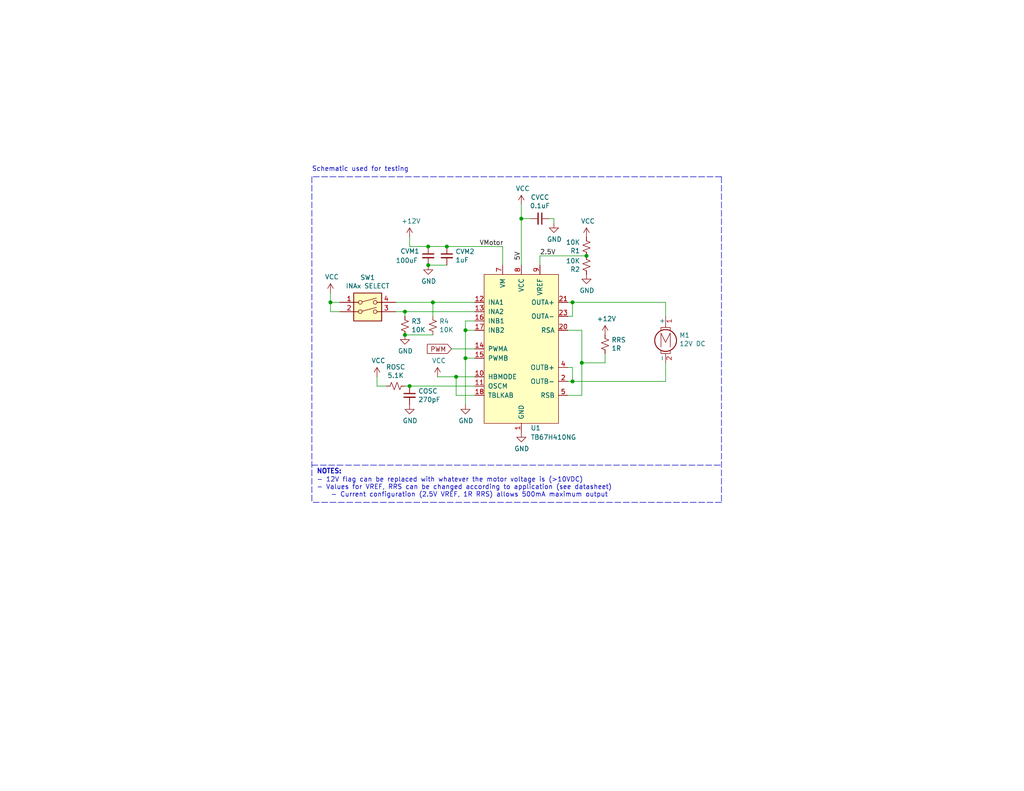
<source format=kicad_sch>
(kicad_sch (version 20211123) (generator eeschema)
  (paper "USLetter")
  (title_block (title "TB67H410NG Motor Driver") (date "2021-11-16") (rev "A") (company "Ben Owen"))
  (lib_symbols
    (symbol "Device:C_Small" (pin_numbers hide) (pin_names (offset 0.254) hide)
      (property "Reference" "C" (at 0.254 1.778 0))
      (property "Value" "C_Small" (at 0.254 -2.032 0))
      (symbol "C_Small_0_1"
        (polyline (pts (xy -1.524 -0.508) (xy 1.524 -0.508)) (stroke (width 0.3302)))
        (polyline (pts (xy -1.524 0.508) (xy 1.524 0.508)) (stroke (width 0.3048)))
      )
      (symbol "C_Small_1_1"
        (pin passive line (at 0 2.54 270) (length 2.032) (name "~") (number "1"))
        (pin passive line (at 0 -2.54 90) (length 2.032) (name "~") (number "2"))
      )
    )
    (symbol "Device:R_Small_US" (pin_numbers hide) (pin_names (offset 0.254) hide)
      (property "Reference" "R" (at 0.762 0.508 0))
      (property "Value" "R_Small_US" (at 0.762 -1.016 0))
      (symbol "R_Small_US_1_1"
        (polyline (pts (xy 0 0) (xy 1.016 -0.381) (xy 0 -0.762) (xy -1.016 -1.143) (xy 0 -1.524)))
        (polyline (pts (xy 0 1.524) (xy 1.016 1.143) (xy 0 0.762) (xy -1.016 0.381) (xy 0 0)))
        (pin passive line (at 0 2.54 270) (length 1.016) (name "~") (number "1"))
        (pin passive line (at 0 -2.54 90) (length 1.016) (name "~") (number "2"))
      )
    )
    (symbol "Driver_Motor_Other:TB67H410NG" (pin_names (offset 1.016))
      (property "Reference" "U" (at 11.43 19.05 0))
      (property "Value" "TB67H410NG" (at 11.43 16.51 0))
      (symbol "TB67H410NG_0_1"
        (rectangle (start -10.16 20.32) (end 10.16 -20.32) (fill (type background)))
      )
      (symbol "TB67H410NG_1_1"
        (pin power_in line (at 0 -22.86 90) (length 2.54) (name "GND") (number "1"))
        (pin input line (at -12.7 -7.62 0) (length 2.54) (name "HBMODE") (number "10"))
        (pin input line (at -12.7 -10.16 0) (length 2.54) (name "OSCM") (number "11"))
        (pin input line (at -12.7 12.7 0) (length 2.54) (name "INA1") (number "12"))
        (pin input line (at -12.7 10.16 0) (length 2.54) (name "INA2") (number "13"))
        (pin input line (at -12.7 0 0) (length 2.54) (name "PWMA") (number "14"))
        (pin input line (at -12.7 -2.54 0) (length 2.54) (name "PWMB") (number "15"))
        (pin input line (at -12.7 7.62 0) (length 2.54) (name "INB1") (number "16"))
        (pin input line (at -12.7 5.08 0) (length 2.54) (name "INB2") (number "17"))
        (pin input line (at -12.7 -12.7 0) (length 2.54) (name "TBLKAB") (number "18"))
        (pin power_in line (at 0 -22.86 90) (length 2.54) hide (name "GND") (number "19"))
        (pin output line (at 12.7 -8.89 180) (length 2.54) (name "OUTB-") (number "2"))
        (pin output line (at 12.7 5.08 180) (length 2.54) (name "RSA") (number "20"))
        (pin output line (at 12.7 12.7 180) (length 2.54) (name "OUTA+") (number "21"))
        (pin power_in line (at 0 -22.86 90) (length 2.54) hide (name "GND") (number "22"))
        (pin output line (at 12.7 8.89 180) (length 2.54) (name "OUTA-") (number "23"))
        (pin power_in line (at 0 -22.86 90) (length 2.54) hide (name "GND") (number "24"))
        (pin power_in line (at 0 -22.86 90) (length 2.54) hide (name "GND") (number "3"))
        (pin output line (at 12.7 -5.08 180) (length 2.54) (name "OUTB+") (number "4"))
        (pin output line (at 12.7 -12.7 180) (length 2.54) (name "RSB") (number "5"))
        (pin power_in line (at 0 -22.86 90) (length 2.54) hide (name "GND") (number "6"))
        (pin power_in line (at -5.08 22.86 270) (length 2.54) (name "VM") (number "7"))
        (pin power_in line (at 0 22.86 270) (length 2.54) (name "VCC") (number "8"))
        (pin power_in line (at 5.08 22.86 270) (length 2.54) (name "VREF") (number "9"))
      )
    )
    (symbol "Motor:Motor_DC_ALT" (pin_names (offset 0))
      (property "Reference" "M" (at 2.54 2.54 0))
      (property "Value" "Motor_DC_ALT" (at 2.54 -5.08 0))
      (symbol "Motor_DC_ALT_0_0"
        (circle (center 0 -1.524) (radius 2.9718) (stroke (width 0.254)))
        (polyline (pts (xy -1.27 -4.318) (xy -1.27 -5.08) (xy 1.27 -5.08) (xy 1.27 -4.318)))
        (polyline (pts (xy -1.27 1.27) (xy -1.27 2.032) (xy 1.27 2.032) (xy 1.27 1.27)))
        (polyline (pts (xy -1.27 -3.302) (xy -1.27 0.508) (xy 0 -2.032) (xy 1.27 0.508) (xy 1.27 -3.302)))
      )
      (symbol "Motor_DC_ALT_0_1"
        (polyline (pts (xy 0 2.032) (xy 0 2.54)))
      )
      (symbol "Motor_DC_ALT_1_1"
        (pin passive line (at 0 5.08 270) (length 2.54) (name "+") (number "1"))
        (pin passive line (at 0 -7.62 90) (length 2.54) (name "-") (number "2"))
      )
    )
    (symbol "Switch:SW_DIP_x02" (pin_names (offset 0) hide)
      (property "Reference" "SW" (at 0 6.35 0))
      (property "Value" "SW_DIP_x02" (at 0 -3.81 0))
      (symbol "SW_DIP_x02_0_0"
        (circle (center -2.032 0) (radius 0.508))
        (circle (center -2.032 2.54) (radius 0.508))
        (polyline (pts (xy -1.524 0.127) (xy 2.3622 1.1684)))
        (polyline (pts (xy -1.524 2.667) (xy 2.3622 3.7084)))
        (circle (center 2.032 0) (radius 0.508))
        (circle (center 2.032 2.54) (radius 0.508))
      )
      (symbol "SW_DIP_x02_0_1"
        (rectangle (start -3.81 5.08) (end 3.81 -2.54) (stroke (width 0.254)) (fill (type background)))
      )
      (symbol "SW_DIP_x02_1_1"
        (pin passive line (at -7.62 2.54 0) (length 5.08) (name "~") (number "1"))
        (pin passive line (at -7.62 0 0) (length 5.08) (name "~") (number "2"))
        (pin passive line (at 7.62 0 180) (length 5.08) (name "~") (number "3"))
        (pin passive line (at 7.62 2.54 180) (length 5.08) (name "~") (number "4"))
      )
    )
    (symbol "power:+12V" (power) (pin_names (offset 0))
      (property "Value" "+12V" (at 0 3.556 0))
      (symbol "+12V_0_1"
        (polyline (pts (xy -0.762 1.27) (xy 0 2.54)))
        (polyline (pts (xy 0 0) (xy 0 2.54)))
        (polyline (pts (xy 0 2.54) (xy 0.762 1.27)))
      )
      (symbol "+12V_1_1"
        (pin power_in line (at 0 0 90) (length 0) hide (name "+12V") (number "1"))
      )
    )
    (symbol "power:GND" (power) (pin_names (offset 0))
      (property "Value" "GND" (at 0 -3.81 0))
      (symbol "GND_0_1"
        (polyline (pts (xy 0 0) (xy 0 -1.27) (xy 1.27 -1.27) (xy 0 -2.54) (xy -1.27 -1.27) (xy 0 -1.27)))
      )
      (symbol "GND_1_1"
        (pin power_in line (at 0 0 270) (length 0) hide (name "GND") (number "1"))
      )
    )
    (symbol "power:VCC" (power) (pin_names (offset 0))
      (property "Value" "VCC" (at 0 3.81 0))
      (symbol "VCC_0_1"
        (polyline (pts (xy -0.762 1.27) (xy 0 2.54)))
        (polyline (pts (xy 0 0) (xy 0 2.54)))
        (polyline (pts (xy 0 2.54) (xy 0.762 1.27)))
      )
      (symbol "VCC_1_1"
        (pin power_in line (at 0 0 90) (length 0) hide (name "VCC") (number "1"))
      )
    )
  )
  (junction (at 127 97.79))
  (junction (at 158.75 99.06))
  (junction (at 127 90.17))
  (junction (at 118.11 82.55))
  (junction (at 110.49 91.44))
  (junction (at 110.49 85.09))
  (junction (at 90.17 82.55))
  (junction (at 156.21 104.14))
  (junction (at 156.21 82.55))
  (junction (at 116.84 72.39))
  (junction (at 121.92 67.31))
  (junction (at 142.24 59.69))
  (junction (at 124.46 102.87))
  (junction (at 111.76 105.41))
  (junction (at 116.84 67.31))
  (junction (at 160.02 69.85))
  (wire (pts (xy 151.13 59.69) (xy 149.86 59.69)))
  (wire (pts (xy 156.21 82.55) (xy 181.61 82.55)))
  (wire (pts (xy 147.32 69.85) (xy 147.32 72.39)))
  (wire (pts (xy 158.75 99.06) (xy 158.75 107.95)))
  (wire (pts (xy 129.54 97.79) (xy 127 97.79)))
  (wire (pts (xy 110.49 86.36) (xy 110.49 85.09)))
  (wire (pts (xy 124.46 102.87) (xy 129.54 102.87)))
  (wire (pts (xy 158.75 90.17) (xy 158.75 99.06)))
  (wire (pts (xy 154.94 100.33) (xy 156.21 100.33)))
  (wire (pts (xy 119.38 102.87) (xy 124.46 102.87)))
  (wire (pts (xy 121.92 67.31) (xy 137.16 67.31)))
  (polyline (pts (xy 85.09 127) (xy 196.85 127)))
  (wire (pts (xy 156.21 100.33) (xy 156.21 104.14)))
  (wire (pts (xy 156.21 86.36) (xy 156.21 82.55)))
  (wire (pts (xy 116.84 72.39) (xy 121.92 72.39)))
  (wire (pts (xy 181.61 82.55) (xy 181.61 86.36)))
  (wire (pts (xy 165.1 96.52) (xy 165.1 99.06)))
  (wire (pts (xy 102.87 102.87) (xy 102.87 105.41)))
  (wire (pts (xy 142.24 59.69) (xy 142.24 72.39)))
  (wire (pts (xy 154.94 82.55) (xy 156.21 82.55)))
  (wire (pts (xy 110.49 105.41) (xy 111.76 105.41)))
  (wire (pts (xy 107.95 82.55) (xy 118.11 82.55)))
  (wire (pts (xy 111.76 67.31) (xy 116.84 67.31)))
  (wire (pts (xy 129.54 90.17) (xy 127 90.17)))
  (wire (pts (xy 116.84 67.31) (xy 121.92 67.31)))
  (polyline (pts (xy 85.09 48.26) (xy 85.09 137.16)))
  (wire (pts (xy 90.17 80.01) (xy 90.17 82.55)))
  (wire (pts (xy 118.11 82.55) (xy 129.54 82.55)))
  (wire (pts (xy 154.94 86.36) (xy 156.21 86.36)))
  (wire (pts (xy 110.49 91.44) (xy 118.11 91.44)))
  (wire (pts (xy 111.76 64.77) (xy 111.76 67.31)))
  (wire (pts (xy 129.54 95.25) (xy 123.19 95.25)))
  (wire (pts (xy 142.24 59.69) (xy 144.78 59.69)))
  (wire (pts (xy 154.94 104.14) (xy 156.21 104.14)))
  (wire (pts (xy 151.13 60.96) (xy 151.13 59.69)))
  (wire (pts (xy 127 87.63) (xy 127 90.17)))
  (polyline (pts (xy 196.85 48.26) (xy 196.85 137.16)))
  (wire (pts (xy 156.21 104.14) (xy 181.61 104.14)))
  (wire (pts (xy 137.16 67.31) (xy 137.16 72.39)))
  (polyline (pts (xy 196.85 48.26) (xy 85.09 48.26)))
  (wire (pts (xy 107.95 85.09) (xy 110.49 85.09)))
  (wire (pts (xy 110.49 85.09) (xy 129.54 85.09)))
  (wire (pts (xy 127 97.79) (xy 127 110.49)))
  (wire (pts (xy 181.61 104.14) (xy 181.61 99.06)))
  (wire (pts (xy 160.02 69.85) (xy 147.32 69.85)))
  (wire (pts (xy 102.87 105.41) (xy 105.41 105.41)))
  (polyline (pts (xy 196.85 137.16) (xy 85.09 137.16)))
  (wire (pts (xy 129.54 87.63) (xy 127 87.63)))
  (wire (pts (xy 127 90.17) (xy 127 97.79)))
  (wire (pts (xy 129.54 107.95) (xy 124.46 107.95)))
  (wire (pts (xy 124.46 107.95) (xy 124.46 102.87)))
  (wire (pts (xy 118.11 86.36) (xy 118.11 82.55)))
  (wire (pts (xy 142.24 55.88) (xy 142.24 59.69)))
  (wire (pts (xy 165.1 99.06) (xy 158.75 99.06)))
  (wire (pts (xy 90.17 85.09) (xy 92.71 85.09)))
  (wire (pts (xy 90.17 82.55) (xy 92.71 82.55)))
  (wire (pts (xy 111.76 105.41) (xy 129.54 105.41)))
  (wire (pts (xy 90.17 82.55) (xy 90.17 85.09)))
  (wire (pts (xy 154.94 90.17) (xy 158.75 90.17)))
  (wire (pts (xy 158.75 107.95) (xy 154.94 107.95)))
  (text "NOTES:" (at 86.36 129.54 0) (effects (font (size 1.27 1.27) (thickness 0.254) bold) (justify left bottom)))
  (text "- 12V flag can be replaced with whatever the motor voltage is (>10VDC)\n- Values for VREF, RRS can be changed according to application (see datasheet)\n    - Current configuration (2.5V VREF, 1R RRS) allows 500mA maximum output" (at 86.36 135.89 0) (effects (font (size 1.27 1.27)) (justify left bottom)))
  (text "Schematic used for testing" (at 85.09 46.99 0) (effects (font (size 1.27 1.27)) (justify left bottom)))
  (label "VMotor" (at 130.81 67.31 0))
  (label "5V" (at 142.24 71.12 90))
  (label "2.5V" (at 147.32 69.85 0))
  (global_label "PWM" (shape input) (at 123.19 95.25 180) (property "Intersheet References" "${INTERSHEET_REFS}" (effects hide)))
  (symbol (lib_id "Driver_Motor_Other:TB67H410NG") (at 142.24 95.25 0) (unit 1)
    (property "Reference" "U1" (at 144.78 116.84 0) (effects (justify left)))
    (property "Value" "TB67H410NG" (at 144.78 119.38 0) (effects (justify left)))
  )
  (symbol (lib_id "power:GND") (at 142.24 118.11 0) (unit 1)
    (property "Reference" "#PWR?" (effects hide))
    (property "Value" "GND" (at 142.367 122.5042 0))
  )
  (symbol (lib_id "Motor:Motor_DC_ALT") (at 181.61 91.44 0) (unit 1)
    (property "Reference" "M1" (at 185.3438 91.5416 0) (effects (justify left)))
    (property "Value" "12V DC" (at 185.3438 93.853 0) (effects (justify left)))
  )
  (symbol (lib_id "power:+12V") (at 111.76 64.77 0) (unit 1)
    (property "Reference" "#PWR?" (effects hide))
    (property "Value" "+12V" (at 112.141 60.3758 0))
  )
  (symbol (lib_id "power:GND") (at 127 110.49 0) (unit 1)
    (property "Reference" "#PWR?" (effects hide))
    (property "Value" "GND" (at 127.127 114.8842 0))
  )
  (symbol (lib_id "Device:R_Small_US") (at 160.02 67.31 0) (unit 1)
    (property "Reference" "R1" (at 158.2928 68.4784 0) (effects (justify right)))
    (property "Value" "10K" (at 158.2928 66.167 0) (effects (justify right)))
  )
  (symbol (lib_id "Device:R_Small_US") (at 160.02 72.39 180) (unit 1)
    (property "Reference" "R2" (at 158.2928 73.5584 0) (effects (justify left)))
    (property "Value" "10K" (at 158.2928 71.247 0) (effects (justify left)))
  )
  (symbol (lib_id "power:GND") (at 160.02 74.93 0) (unit 1)
    (property "Reference" "#PWR?" (effects hide))
    (property "Value" "GND" (at 160.147 79.3242 0))
  )
  (symbol (lib_id "power:GND") (at 111.76 110.49 0) (unit 1)
    (property "Reference" "#PWR?" (effects hide))
    (property "Value" "GND" (at 111.887 114.8842 0))
  )
  (symbol (lib_id "Device:C_Small") (at 111.76 107.95 0) (unit 1)
    (property "Reference" "COSC" (at 114.0968 106.7816 0) (effects (justify left)))
    (property "Value" "270pF" (at 114.0968 109.093 0) (effects (justify left)))
  )
  (symbol (lib_id "Device:R_Small_US") (at 107.95 105.41 270) (unit 1)
    (property "Reference" "ROSC" (at 107.95 100.203 90))
    (property "Value" "5.1K" (at 107.95 102.5144 90))
  )
  (symbol (lib_id "Device:C_Small") (at 116.84 69.85 0) (unit 1)
    (property "Reference" "CVM1" (at 109.22 68.58 0) (effects (justify left)))
    (property "Value" "100uF" (at 107.95 71.12 0) (effects (justify left)))
  )
  (symbol (lib_id "Device:C_Small") (at 121.92 69.85 0) (unit 1)
    (property "Reference" "CVM2" (at 124.2568 68.6816 0) (effects (justify left)))
    (property "Value" "1uF" (at 124.2568 70.993 0) (effects (justify left)))
  )
  (symbol (lib_id "Switch:SW_DIP_x02") (at 100.33 85.09 0) (unit 1)
    (property "Reference" "SW1" (at 100.33 75.7682 0))
    (property "Value" "INAx SELECT" (at 100.33 78.0796 0))
  )
  (symbol (lib_id "power:GND") (at 116.84 72.39 0) (unit 1)
    (property "Reference" "#PWR?" (effects hide))
    (property "Value" "GND" (at 116.967 76.7842 0))
  )
  (symbol (lib_id "Device:R_Small_US") (at 110.49 88.9 0) (unit 1)
    (property "Reference" "R3" (at 112.2172 87.7316 0) (effects (justify left)))
    (property "Value" "10K" (at 112.2172 90.043 0) (effects (justify left)))
  )
  (symbol (lib_id "Device:R_Small_US") (at 118.11 88.9 0) (unit 1)
    (property "Reference" "R4" (at 119.8372 87.7316 0) (effects (justify left)))
    (property "Value" "10K" (at 119.8372 90.043 0) (effects (justify left)))
  )
  (symbol (lib_id "power:VCC") (at 142.24 55.88 0) (unit 1)
    (property "Reference" "#PWR?" (effects hide))
    (property "Value" "VCC" (at 142.621 51.4858 0))
  )
  (symbol (lib_id "power:VCC") (at 119.38 102.87 0) (unit 1)
    (property "Reference" "#PWR?" (effects hide))
    (property "Value" "VCC" (at 119.761 98.4758 0))
  )
  (symbol (lib_id "power:VCC") (at 102.87 102.87 0) (unit 1)
    (property "Reference" "#PWR?" (effects hide))
    (property "Value" "VCC" (at 103.251 98.4758 0))
  )
  (symbol (lib_id "power:GND") (at 110.49 91.44 0) (unit 1)
    (property "Reference" "#PWR?" (effects hide))
    (property "Value" "GND" (at 110.617 95.8342 0))
  )
  (symbol (lib_id "power:VCC") (at 90.17 80.01 0) (unit 1)
    (property "Reference" "#PWR?" (effects hide))
    (property "Value" "VCC" (at 90.551 75.6158 0))
  )
  (symbol (lib_id "power:VCC") (at 160.02 64.77 0) (unit 1)
    (property "Reference" "#PWR?" (effects hide))
    (property "Value" "VCC" (at 160.401 60.3758 0))
  )
  (symbol (lib_id "Device:R_Small_US") (at 165.1 93.98 0) (unit 1)
    (property "Reference" "RRS" (at 166.8272 92.8116 0) (effects (justify left)))
    (property "Value" "1R" (at 166.8272 95.123 0) (effects (justify left)))
  )
  (symbol (lib_id "power:+12V") (at 165.1 91.44 0) (unit 1)
    (property "Reference" "#PWR?" (effects hide))
    (property "Value" "+12V" (at 165.481 87.0458 0))
  )
  (symbol (lib_id "Device:C_Small") (at 147.32 59.69 270) (unit 1)
    (property "Reference" "CVCC" (at 147.32 53.8734 90))
    (property "Value" "0.1uF" (at 147.32 56.1848 90))
  )
  (symbol (lib_id "power:GND") (at 151.13 60.96 0) (unit 1)
    (property "Reference" "#PWR?" (effects hide))
    (property "Value" "GND" (at 151.257 65.3542 0))
  )
)
</source>
